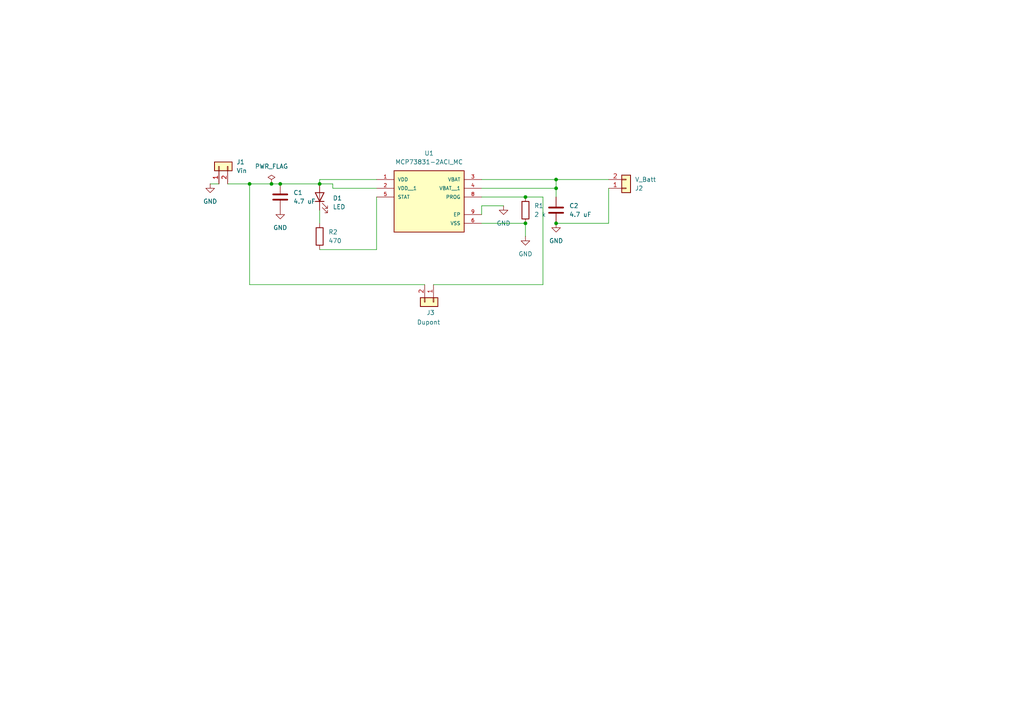
<source format=kicad_sch>
(kicad_sch (version 20250114) (generator "eeschema") (generator_version "9.0")
  (paper "A4")
  (lib_symbols
    (symbol "Connector_Generic:Conn_01x02" (pin_names (offset 1.016) (hide yes))
      (property "Reference" "J" (at 0 2.54 0))
      (property "Value" "Conn_01x02" (at 0 -5.08 0))
      (symbol "Conn_01x02_1_1"
        (rectangle (start -1.27 1.27) (end 1.27 -3.81) (stroke (width 0.254)) (fill (type background)))
        (rectangle (start -1.27 0.127) (end 0 -0.127) (stroke (width 0.1524)))
        (rectangle (start -1.27 -2.413) (end 0 -2.667) (stroke (width 0.1524)))
        (pin passive line (at -5.08 0 0) (length 3.81) (name "Pin_1") (number "1"))
        (pin passive line (at -5.08 -2.54 0) (length 3.81) (name "Pin_2") (number "2"))
      )
    )
    (symbol "Device:C" (pin_numbers (hide yes)) (pin_names (offset 0.254))
      (property "Reference" "C" (at 0.635 2.54 0))
      (property "Value" "C" (at 0.635 -2.54 0))
      (symbol "C_0_1"
        (polyline (pts (xy -2.032 0.762) (xy 2.032 0.762)) (stroke (width 0.508)))
        (polyline (pts (xy -2.032 -0.762) (xy 2.032 -0.762)) (stroke (width 0.508)))
      )
      (symbol "C_1_1"
        (pin passive line (at 0 3.81 270) (length 2.794) (name "~") (number "1"))
        (pin passive line (at 0 -3.81 90) (length 2.794) (name "~") (number "2"))
      )
    )
    (symbol "Device:LED" (pin_numbers (hide yes)) (pin_names (offset 1.016) (hide yes))
      (property "Reference" "D" (at 0 2.54 0))
      (property "Value" "LED" (at 0 -2.54 0))
      (symbol "LED_0_1"
        (polyline (pts (xy -3.048 -0.762) (xy -4.572 -2.286) (xy -3.81 -2.286) (xy -4.572 -2.286) (xy -4.572 -1.524)))
        (polyline (pts (xy -1.778 -0.762) (xy -3.302 -2.286) (xy -2.54 -2.286) (xy -3.302 -2.286) (xy -3.302 -1.524)))
        (polyline (pts (xy -1.27 0) (xy 1.27 0)))
        (polyline (pts (xy -1.27 -1.27) (xy -1.27 1.27)) (stroke (width 0.254)))
        (polyline (pts (xy 1.27 -1.27) (xy 1.27 1.27) (xy -1.27 0) (xy 1.27 -1.27)) (stroke (width 0.254)))
      )
      (symbol "LED_1_1"
        (pin passive line (at -3.81 0 0) (length 2.54) (name "K") (number "1"))
        (pin passive line (at 3.81 0 180) (length 2.54) (name "A") (number "2"))
      )
    )
    (symbol "Device:R" (pin_numbers (hide yes)) (pin_names (offset 0))
      (property "Reference" "R" (at 2.032 0 90))
      (property "Value" "R" (at 0 0 90))
      (symbol "R_0_1"
        (rectangle (start -1.016 -2.54) (end 1.016 2.54) (stroke (width 0.254)))
      )
      (symbol "R_1_1"
        (pin passive line (at 0 3.81 270) (length 1.27) (name "~") (number "1"))
        (pin passive line (at 0 -3.81 90) (length 1.27) (name "~") (number "2"))
      )
    )
    (symbol "MCP73831-2ACI/MC:MCP73831-2ACI_MC" (pin_names (offset 1.016))
      (property "Reference" "U" (at -10.16 7.62 0))
      (property "Value" "MCP73831-2ACI_MC" (at -10.16 -12.7 0))
      (symbol "MCP73831-2ACI_MC_0_0"
        (rectangle (start -10.16 -10.16) (end 10.16 7.62) (stroke (width 0.254)) (fill (type background)))
        (pin power_in line (at -15.24 5.08 0) (length 5.08) (name "VDD") (number "1"))
        (pin power_in line (at -15.24 2.54 0) (length 5.08) (name "VDD__1") (number "2"))
        (pin output line (at -15.24 0 0) (length 5.08) (name "STAT") (number "5"))
        (pin output line (at 15.24 5.08 180) (length 5.08) (name "VBAT") (number "3"))
        (pin output line (at 15.24 2.54 180) (length 5.08) (name "VBAT__1") (number "4"))
        (pin input line (at 15.24 0 180) (length 5.08) (name "PROG") (number "8"))
        (pin power_in line (at 15.24 -5.08 180) (length 5.08) (name "EP") (number "9"))
        (pin power_in line (at 15.24 -7.62 180) (length 5.08) (name "VSS") (number "6"))
      )
    )
    (symbol "power:GND" (power) (pin_numbers (hide yes)) (pin_names (offset 0) (hide yes))
      (property "Value" "GND" (at 0 -3.81 0))
      (symbol "GND_0_1"
        (polyline (pts (xy 0 0) (xy 0 -1.27) (xy 1.27 -1.27) (xy 0 -2.54) (xy -1.27 -1.27) (xy 0 -1.27)))
      )
      (symbol "GND_1_1"
        (pin power_in line (at 0 0 270) (length 0) (name "~") (number "1"))
      )
    )
    (symbol "power:PWR_FLAG" (power) (pin_numbers (hide yes)) (pin_names (offset 0) (hide yes))
      (property "Value" "PWR_FLAG" (at 0 3.81 0))
      (symbol "PWR_FLAG_0_0"
        (pin power_out line (at 0 0 90) (length 0) (name "~") (number "1"))
      )
      (symbol "PWR_FLAG_0_1"
        (polyline (pts (xy 0 0) (xy 0 1.27) (xy -1.016 1.905) (xy 0 2.54) (xy 1.016 1.905) (xy 0 1.27)))
      )
    )
  )
  (junction (at 81.28 53.34))
  (junction (at 92.71 53.34))
  (junction (at 161.29 64.77))
  (junction (at 78.74 53.34))
  (junction (at 161.29 52.07))
  (junction (at 152.4 57.15))
  (junction (at 152.4 64.77))
  (junction (at 72.39 53.34))
  (junction (at 161.29 54.61))
  (wire (pts (xy 161.29 54.61) (xy 161.29 57.15)))
  (wire (pts (xy 109.22 52.07) (xy 92.71 52.07)))
  (wire (pts (xy 92.71 52.07) (xy 92.71 53.34)))
  (wire (pts (xy 72.39 82.55) (xy 72.39 53.34)))
  (wire (pts (xy 139.7 57.15) (xy 152.4 57.15)))
  (wire (pts (xy 152.4 64.77) (xy 152.4 68.58)))
  (wire (pts (xy 96.52 54.61) (xy 96.52 53.34)))
  (wire (pts (xy 72.39 53.34) (xy 78.74 53.34)))
  (wire (pts (xy 92.71 60.96) (xy 92.71 64.77)))
  (wire (pts (xy 139.7 64.77) (xy 152.4 64.77)))
  (wire (pts (xy 92.71 72.39) (xy 109.22 72.39)))
  (wire (pts (xy 81.28 53.34) (xy 92.71 53.34)))
  (wire (pts (xy 161.29 52.07) (xy 176.53 52.07)))
  (wire (pts (xy 161.29 52.07) (xy 139.7 52.07)))
  (wire (pts (xy 60.96 53.34) (xy 63.5 53.34)))
  (wire (pts (xy 78.74 53.34) (xy 81.28 53.34)))
  (wire (pts (xy 123.19 82.55) (xy 72.39 82.55)))
  (wire (pts (xy 109.22 72.39) (xy 109.22 57.15)))
  (wire (pts (xy 176.53 54.61) (xy 176.53 64.77)))
  (wire (pts (xy 176.53 64.77) (xy 161.29 64.77)))
  (wire (pts (xy 66.04 53.34) (xy 72.39 53.34)))
  (wire (pts (xy 161.29 52.07) (xy 161.29 54.61)))
  (wire (pts (xy 139.7 59.69) (xy 146.05 59.69)))
  (wire (pts (xy 139.7 54.61) (xy 161.29 54.61)))
  (wire (pts (xy 139.7 62.23) (xy 139.7 59.69)))
  (wire (pts (xy 157.48 57.15) (xy 152.4 57.15)))
  (wire (pts (xy 92.71 53.34) (xy 96.52 53.34)))
  (wire (pts (xy 125.73 82.55) (xy 157.48 82.55)))
  (wire (pts (xy 157.48 82.55) (xy 157.48 57.15)))
  (wire (pts (xy 109.22 54.61) (xy 96.52 54.61)))
  (symbol (lib_id "Connector_Generic:Conn_01x02") (at 63.5 48.26 90) (unit 1)
    (property "Reference" "J1" (at 68.58 46.9899 90) (effects (justify right)))
    (property "Value" "Vin" (at 68.58 49.5299 90) (effects (justify right)))
    (property "Footprint" "Connector_JST:JST_XH_B2B-XH-A_1x02_P2.50mm_Vertical" (effects (hide yes)))
    (property "Description" "Generic connector, single row, 01x02, script generated (kicad-library-utils/schlib/autogen/connector/)" (effects (hide yes)))
  )
  (symbol (lib_id "Device:R") (at 152.4 60.96 0) (unit 1)
    (property "Reference" "R1" (at 154.94 59.6899 0) (effects (justify left)))
    (property "Value" "2 k" (at 154.94 62.2299 0) (effects (justify left)))
    (property "Footprint" "Resistor_SMD:R_0603_1608Metric" (effects (hide yes)))
    (property "Description" "Resistor" (effects (hide yes)))
  )
  (symbol (lib_id "power:GND") (at 81.28 60.96 0) (unit 1)
    (property "Reference" "#PWR03" (effects (hide yes)))
    (property "Value" "GND" (at 81.28 66.04 0))
    (property "Description" "Power symbol creates a global label with name \"GND\" , ground" (effects (hide yes)))
  )
  (symbol (lib_id "power:GND") (at 152.4 68.58 0) (unit 1)
    (property "Reference" "#PWR01" (effects (hide yes)))
    (property "Value" "GND" (at 152.4 73.66 0))
    (property "Description" "Power symbol creates a global label with name \"GND\" , ground" (effects (hide yes)))
  )
  (symbol (lib_id "Connector_Generic:Conn_01x02") (at 125.73 87.63 270) (unit 1)
    (property "Reference" "J3" (at 123.698 90.678 90) (effects (justify left)))
    (property "Value" "Dupont" (at 120.904 93.472 90) (effects (justify left)))
    (property "Footprint" "Connector_PinHeader_2.54mm:PinHeader_1x02_P2.54mm_Vertical" (effects (hide yes)))
    (property "Description" "Generic connector, single row, 01x02, script generated (kicad-library-utils/schlib/autogen/connector/)" (effects (hide yes)))
  )
  (symbol (lib_id "Connector_Generic:Conn_01x02") (at 181.61 54.61 0) (mirror x) (unit 1)
    (property "Reference" "J2" (at 184.15 54.6101 0) (effects (justify left)))
    (property "Value" "V_Batt" (at 184.15 52.0701 0) (effects (justify left)))
    (property "Footprint" "Connector_JST:JST_XH_B2B-XH-A_1x02_P2.50mm_Vertical" (effects (hide yes)))
    (property "Description" "Generic connector, single row, 01x02, script generated (kicad-library-utils/schlib/autogen/connector/)" (effects (hide yes)))
  )
  (symbol (lib_id "Device:C") (at 161.29 60.96 0) (unit 1)
    (property "Reference" "C2" (at 165.1 59.6899 0) (effects (justify left)))
    (property "Value" "4.7 uF" (at 165.1 62.2299 0) (effects (justify left)))
    (property "Footprint" "Capacitor_SMD:C_0805_2012Metric" (effects (hide yes)))
    (property "Description" "Unpolarized capacitor" (effects (hide yes)))
  )
  (symbol (lib_id "power:GND") (at 146.05 59.69 0) (unit 1)
    (property "Reference" "#PWR05" (effects (hide yes)))
    (property "Value" "GND" (at 146.05 64.77 0))
    (property "Description" "Power symbol creates a global label with name \"GND\" , ground" (effects (hide yes)))
  )
  (symbol (lib_id "power:GND") (at 161.29 64.77 0) (unit 1)
    (property "Reference" "#PWR02" (effects (hide yes)))
    (property "Value" "GND" (at 161.29 69.85 0))
    (property "Description" "Power symbol creates a global label with name \"GND\" , ground" (effects (hide yes)))
  )
  (symbol (lib_id "Device:LED") (at 92.71 57.15 90) (unit 1)
    (property "Reference" "D1" (at 96.52 57.4674 90) (effects (justify right)))
    (property "Value" "LED" (at 96.52 60.0074 90) (effects (justify right)))
    (property "Footprint" "LED_SMD:LED_0805_2012Metric" (effects (hide yes)))
    (property "Description" "Light emitting diode" (effects (hide yes)))
    (property "Sim.Pins" "1=K 2=A" (effects (hide yes)))
  )
  (symbol (lib_id "Device:C") (at 81.28 57.15 0) (unit 1)
    (property "Reference" "C1" (at 85.09 55.8799 0) (effects (justify left)))
    (property "Value" "4.7 uF" (at 85.09 58.4199 0) (effects (justify left)))
    (property "Footprint" "Capacitor_SMD:C_0805_2012Metric" (effects (hide yes)))
    (property "Description" "Unpolarized capacitor" (effects (hide yes)))
  )
  (symbol (lib_id "power:PWR_FLAG") (at 78.74 53.34 0) (unit 1)
    (property "Reference" "#FLG01" (effects (hide yes)))
    (property "Value" "PWR_FLAG" (at 78.74 48.26 0))
    (property "Description" "Special symbol for telling ERC where power comes from" (effects (hide yes)))
  )
  (symbol (lib_id "power:GND") (at 60.96 53.34 0) (unit 1)
    (property "Reference" "#PWR04" (effects (hide yes)))
    (property "Value" "GND" (at 60.96 58.42 0))
    (property "Description" "Power symbol creates a global label with name \"GND\" , ground" (effects (hide yes)))
  )
  (symbol (lib_id "Device:R") (at 92.71 68.58 0) (unit 1)
    (property "Reference" "R2" (at 95.25 67.3099 0) (effects (justify left)))
    (property "Value" "470" (at 95.25 69.8499 0) (effects (justify left)))
    (property "Footprint" "Resistor_SMD:R_0805_2012Metric" (effects (hide yes)))
    (property "Description" "Resistor" (effects (hide yes)))
  )
  (symbol (lib_id "MCP73831-2ACI/MC:MCP73831-2ACI_MC") (at 124.46 57.15 0) (unit 1)
    (property "Reference" "U1" (at 124.46 44.45 0))
    (property "Value" "MCP73831-2ACI_MC" (at 124.46 46.99 0))
    (property "Footprint" "MCP73831:SON50P200X300X100-9N" (effects (hide yes)))
    (property "PARTREV" "G" (effects (hide yes)))
    (property "STANDARD" "IPC 7351B" (effects (hide yes)))
    (property "MANUFACTURER" "MICROCHIP" (effects (hide yes)))
  )
)
</source>
